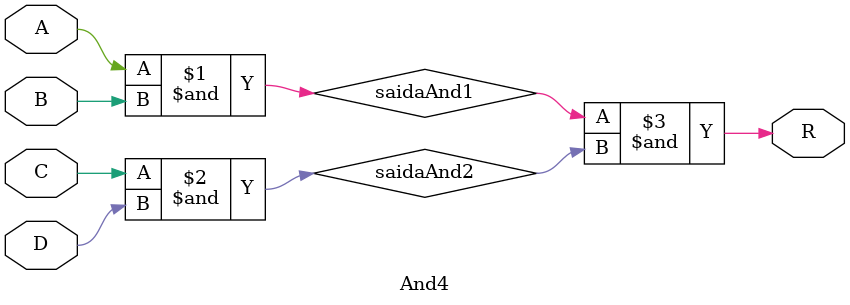
<source format=v>


module And4 (R, A, B, C, D);

    input wire A, B, C, D;
    output wire R;

    wire saidaAnd1;
    wire saidaAnd2;

    and AND1 (saidaAnd1, A, B);
    and AND2 (saidaAnd2, C, D);
    and AND3 (R, saidaAnd1, saidaAnd2);




endmodule
</source>
